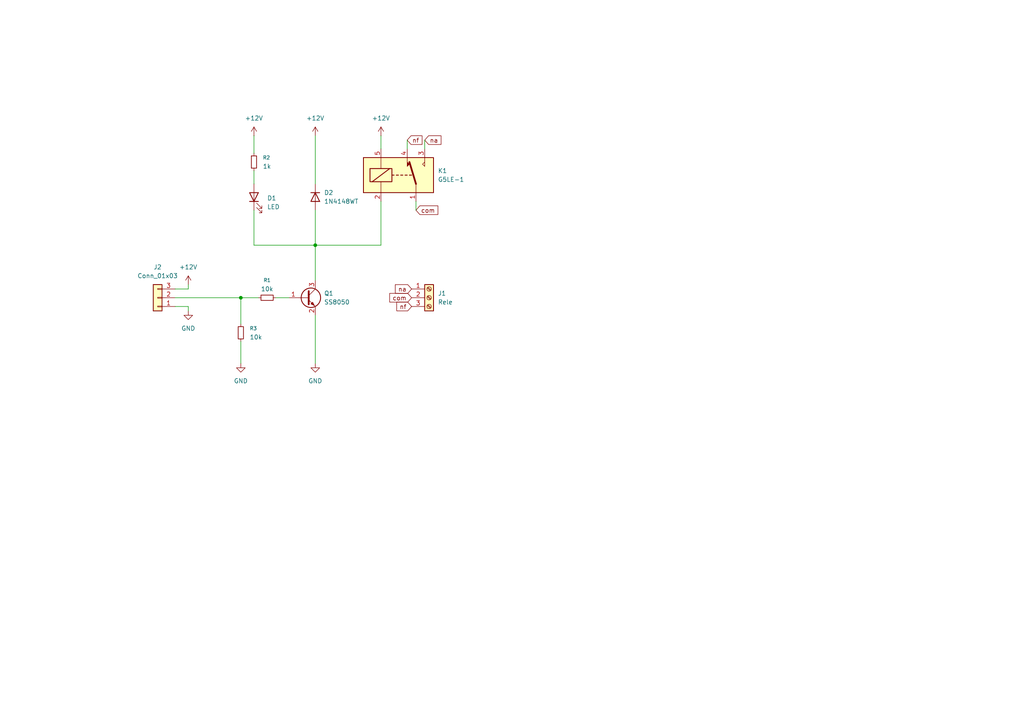
<source format=kicad_sch>
(kicad_sch (version 20250114) (generator "eeschema") (generator_version "9.0")
  (paper "A4")
  (lib_symbols
    (symbol "Connector:Screw_Terminal_01x03" (pin_names (offset 1.016) (hide yes))
      (property "Reference" "J" (at 0 5.08 0))
      (property "Value" "Screw_Terminal_01x03" (at 0 -5.08 0))
      (symbol "Screw_Terminal_01x03_1_1"
        (rectangle (start -1.27 3.81) (end 1.27 -3.81) (stroke (width 0.254)) (fill (type background)))
        (polyline (pts (xy -0.5334 2.8702) (xy 0.3302 2.032)) (stroke (width 0.1524)))
        (polyline (pts (xy -0.5334 0.3302) (xy 0.3302 -0.508)) (stroke (width 0.1524)))
        (polyline (pts (xy -0.5334 -2.2098) (xy 0.3302 -3.048)) (stroke (width 0.1524)))
        (polyline (pts (xy -0.3556 3.048) (xy 0.508 2.2098)) (stroke (width 0.1524)))
        (polyline (pts (xy -0.3556 0.508) (xy 0.508 -0.3302)) (stroke (width 0.1524)))
        (polyline (pts (xy -0.3556 -2.032) (xy 0.508 -2.8702)) (stroke (width 0.1524)))
        (circle (center 0 2.54) (radius 0.635) (stroke (width 0.1524)))
        (circle (center 0 0) (radius 0.635) (stroke (width 0.1524)))
        (circle (center 0 -2.54) (radius 0.635) (stroke (width 0.1524)))
        (pin passive line (at -5.08 2.54 0) (length 3.81) (name "Pin_1") (number "1"))
        (pin passive line (at -5.08 0 0) (length 3.81) (name "Pin_2") (number "2"))
        (pin passive line (at -5.08 -2.54 0) (length 3.81) (name "Pin_3") (number "3"))
      )
    )
    (symbol "Connector_Generic:Conn_01x03" (pin_names (offset 1.016) (hide yes))
      (property "Reference" "J" (at 0 5.08 0))
      (property "Value" "Conn_01x03" (at 0 -5.08 0))
      (symbol "Conn_01x03_1_1"
        (rectangle (start -1.27 3.81) (end 1.27 -3.81) (stroke (width 0.254)) (fill (type background)))
        (rectangle (start -1.27 2.667) (end 0 2.413) (stroke (width 0.1524)))
        (rectangle (start -1.27 0.127) (end 0 -0.127) (stroke (width 0.1524)))
        (rectangle (start -1.27 -2.413) (end 0 -2.667) (stroke (width 0.1524)))
        (pin passive line (at -5.08 2.54 0) (length 3.81) (name "Pin_1") (number "1"))
        (pin passive line (at -5.08 0 0) (length 3.81) (name "Pin_2") (number "2"))
        (pin passive line (at -5.08 -2.54 0) (length 3.81) (name "Pin_3") (number "3"))
      )
    )
    (symbol "Device:LED" (pin_numbers (hide yes)) (pin_names (offset 1.016) (hide yes))
      (property "Reference" "D" (at 0 2.54 0))
      (property "Value" "LED" (at 0 -2.54 0))
      (symbol "LED_0_1"
        (polyline (pts (xy -3.048 -0.762) (xy -4.572 -2.286) (xy -3.81 -2.286) (xy -4.572 -2.286) (xy -4.572 -1.524)))
        (polyline (pts (xy -1.778 -0.762) (xy -3.302 -2.286) (xy -2.54 -2.286) (xy -3.302 -2.286) (xy -3.302 -1.524)))
        (polyline (pts (xy -1.27 0) (xy 1.27 0)))
        (polyline (pts (xy -1.27 -1.27) (xy -1.27 1.27)) (stroke (width 0.254)))
        (polyline (pts (xy 1.27 -1.27) (xy 1.27 1.27) (xy -1.27 0) (xy 1.27 -1.27)) (stroke (width 0.254)))
      )
      (symbol "LED_1_1"
        (pin passive line (at -3.81 0 0) (length 2.54) (name "K") (number "1"))
        (pin passive line (at 3.81 0 180) (length 2.54) (name "A") (number "2"))
      )
    )
    (symbol "Device:R_Small" (pin_numbers (hide yes)) (pin_names (offset 0.254) (hide yes))
      (property "Reference" "R" (at 0 0 90))
      (property "Value" "R_Small" (at 1.778 0 90))
      (symbol "R_Small_0_1"
        (rectangle (start -0.762 1.778) (end 0.762 -1.778) (stroke (width 0.2032)))
      )
      (symbol "R_Small_1_1"
        (pin passive line (at 0 2.54 270) (length 0.762) (name "~") (number "1"))
        (pin passive line (at 0 -2.54 90) (length 0.762) (name "~") (number "2"))
      )
    )
    (symbol "Diode:1N4148WT" (pin_numbers (hide yes)) (pin_names (hide yes))
      (property "Reference" "D" (at 0 2.54 0))
      (property "Value" "1N4148WT" (at 0 -2.54 0))
      (symbol "1N4148WT_0_1"
        (polyline (pts (xy -1.27 1.27) (xy -1.27 -1.27)) (stroke (width 0.254)))
        (polyline (pts (xy 1.27 1.27) (xy 1.27 -1.27) (xy -1.27 0) (xy 1.27 1.27)) (stroke (width 0.254)))
        (polyline (pts (xy 1.27 0) (xy -1.27 0)))
      )
      (symbol "1N4148WT_1_1"
        (pin passive line (at -3.81 0 0) (length 2.54) (name "K") (number "1"))
        (pin passive line (at 3.81 0 180) (length 2.54) (name "A") (number "2"))
      )
    )
    (symbol "Relay:G5LE-1"
      (property "Reference" "K" (at 11.43 3.81 0))
      (property "Value" "G5LE-1" (at 11.43 1.27 0))
      (symbol "G5LE-1_0_0"
        (polyline (pts (xy 7.62 5.08) (xy 7.62 2.54) (xy 6.985 3.175) (xy 7.62 3.81)))
      )
      (symbol "G5LE-1_0_1"
        (rectangle (start -10.16 5.08) (end 10.16 -5.08) (stroke (width 0.254)) (fill (type background)))
        (rectangle (start -8.255 1.905) (end -1.905 -1.905) (stroke (width 0.254)))
        (polyline (pts (xy -7.62 -1.905) (xy -2.54 1.905)) (stroke (width 0.254)))
        (polyline (pts (xy -5.08 5.08) (xy -5.08 1.905)))
        (polyline (pts (xy -5.08 -5.08) (xy -5.08 -1.905)))
        (polyline (pts (xy -1.905 0) (xy -1.27 0)) (stroke (width 0.254)))
        (polyline (pts (xy -0.635 0) (xy 0 0)) (stroke (width 0.254)))
        (polyline (pts (xy 0.635 0) (xy 1.27 0)) (stroke (width 0.254)))
        (polyline (pts (xy 1.905 0) (xy 2.54 0)) (stroke (width 0.254)))
        (polyline (pts (xy 2.54 5.08) (xy 2.54 2.54) (xy 3.175 3.175) (xy 2.54 3.81)) (fill (type outline)))
        (polyline (pts (xy 3.175 0) (xy 3.81 0)) (stroke (width 0.254)))
        (polyline (pts (xy 5.08 -2.54) (xy 3.175 3.81)) (stroke (width 0.508)))
        (polyline (pts (xy 5.08 -2.54) (xy 5.08 -5.08)))
      )
      (symbol "G5LE-1_1_1"
        (pin passive line (at -5.08 7.62 270) (length 2.54) (name "~") (number "5"))
        (pin passive line (at -5.08 -7.62 90) (length 2.54) (name "~") (number "2"))
        (pin passive line (at 2.54 7.62 270) (length 2.54) (name "~") (number "4"))
        (pin passive line (at 5.08 -7.62 90) (length 2.54) (name "~") (number "1"))
        (pin passive line (at 7.62 7.62 270) (length 2.54) (name "~") (number "3"))
      )
    )
    (symbol "Transistor_BJT:SS8050" (pin_names (offset 0) (hide yes))
      (property "Reference" "Q" (at 5.08 1.905 0))
      (property "Value" "SS8050" (at 5.08 0 0))
      (symbol "SS8050_0_1"
        (polyline (pts (xy -2.54 0) (xy 0.635 0)))
        (polyline (pts (xy 0.635 1.905) (xy 0.635 -1.905)) (stroke (width 0.508)))
        (circle (center 1.27 0) (radius 2.8194) (stroke (width 0.254)))
      )
      (symbol "SS8050_1_1"
        (polyline (pts (xy 0.635 0.635) (xy 2.54 2.54)))
        (polyline (pts (xy 0.635 -0.635) (xy 2.54 -2.54)))
        (polyline (pts (xy 1.27 -1.778) (xy 1.778 -1.27) (xy 2.286 -2.286) (xy 1.27 -1.778)) (fill (type outline)))
        (pin input line (at -5.08 0 0) (length 2.54) (name "B") (number "1"))
        (pin passive line (at 2.54 5.08 270) (length 2.54) (name "C") (number "3"))
        (pin passive line (at 2.54 -5.08 90) (length 2.54) (name "E") (number "2"))
      )
    )
    (symbol "power:GND" (power) (pin_numbers (hide yes)) (pin_names (offset 0) (hide yes))
      (property "Value" "GND" (at 0 -3.81 0))
      (symbol "GND_0_1"
        (polyline (pts (xy 0 0) (xy 0 -1.27) (xy 1.27 -1.27) (xy 0 -2.54) (xy -1.27 -1.27) (xy 0 -1.27)))
      )
      (symbol "GND_1_1"
        (pin power_in line (at 0 0 270) (length 0) (name "~") (number "1"))
      )
    )
    (symbol "power:VCC" (power) (pin_numbers (hide yes)) (pin_names (offset 0) (hide yes))
      (property "Value" "VCC" (at 0 3.556 0))
      (symbol "VCC_0_1"
        (polyline (pts (xy -0.762 1.27) (xy 0 2.54)))
        (polyline (pts (xy 0 2.54) (xy 0.762 1.27)))
        (polyline (pts (xy 0 0) (xy 0 2.54)))
      )
      (symbol "VCC_1_1"
        (pin power_in line (at 0 0 90) (length 0) (name "~") (number "1"))
      )
    )
  )
  (junction (at 91.44 71.12))
  (junction (at 69.85 86.36))
  (wire (pts (xy 69.85 86.36) (xy 69.85 93.98)))
  (wire (pts (xy 120.65 60.96) (xy 120.65 58.42)))
  (wire (pts (xy 69.85 99.06) (xy 69.85 105.41)))
  (wire (pts (xy 73.66 71.12) (xy 91.44 71.12)))
  (wire (pts (xy 91.44 91.44) (xy 91.44 105.41)))
  (wire (pts (xy 54.61 88.9) (xy 54.61 90.17)))
  (wire (pts (xy 73.66 49.53) (xy 73.66 53.34)))
  (wire (pts (xy 91.44 60.96) (xy 91.44 71.12)))
  (wire (pts (xy 110.49 58.42) (xy 110.49 71.12)))
  (wire (pts (xy 50.8 83.82) (xy 54.61 83.82)))
  (wire (pts (xy 123.19 40.64) (xy 123.19 43.18)))
  (wire (pts (xy 110.49 39.37) (xy 110.49 43.18)))
  (wire (pts (xy 54.61 83.82) (xy 54.61 82.55)))
  (wire (pts (xy 73.66 39.37) (xy 73.66 44.45)))
  (wire (pts (xy 50.8 88.9) (xy 54.61 88.9)))
  (wire (pts (xy 73.66 60.96) (xy 73.66 71.12)))
  (wire (pts (xy 118.11 40.64) (xy 118.11 43.18)))
  (wire (pts (xy 74.93 86.36) (xy 69.85 86.36)))
  (wire (pts (xy 91.44 39.37) (xy 91.44 53.34)))
  (wire (pts (xy 50.8 86.36) (xy 69.85 86.36)))
  (wire (pts (xy 91.44 71.12) (xy 110.49 71.12)))
  (wire (pts (xy 91.44 71.12) (xy 91.44 81.28)))
  (wire (pts (xy 80.01 86.36) (xy 83.82 86.36)))
  (global_label "na" (shape input) (at 123.19 40.64 0) (property "Intersheetrefs" "${INTERSHEET_REFS}" (effects (hide yes))))
  (global_label "na" (shape input) (at 119.38 83.82 180) (property "Intersheetrefs" "${INTERSHEET_REFS}" (effects (hide yes))))
  (global_label "com" (shape input) (at 119.38 86.36 180) (property "Intersheetrefs" "${INTERSHEET_REFS}" (effects (hide yes))))
  (global_label "nf" (shape input) (at 118.11 40.64 0) (property "Intersheetrefs" "${INTERSHEET_REFS}" (effects (hide yes))))
  (global_label "nf" (shape input) (at 119.38 88.9 180) (property "Intersheetrefs" "${INTERSHEET_REFS}" (effects (hide yes))))
  (global_label "com" (shape input) (at 120.65 60.96 0) (property "Intersheetrefs" "${INTERSHEET_REFS}" (effects (hide yes))))
  (symbol (lib_id "power:GND") (at 54.61 90.17 0) (unit 1)
    (property "Reference" "#PWR06" (effects (hide yes)))
    (property "Value" "GND" (at 54.61 95.25 0))
    (property "Description" "Power symbol creates a global label with name \"GND\" , ground" (effects (hide yes)))
  )
  (symbol (lib_id "Device:R_Small") (at 69.85 96.52 0) (unit 1)
    (property "Reference" "R3" (at 72.39 95.2499 0) (effects (font (size 1.016 1.016)) (justify left)))
    (property "Value" "10k" (at 72.39 97.7899 0) (effects (justify left)))
    (property "Footprint" "Resistor_SMD:R_0805_2012Metric" (effects (hide yes)))
    (property "Description" "Resistor, small symbol" (effects (hide yes)))
  )
  (symbol (lib_id "Device:LED") (at 73.66 57.15 90) (unit 1)
    (property "Reference" "D1" (at 77.47 57.4674 90) (effects (justify right)))
    (property "Value" "LED" (at 77.47 60.0074 90) (effects (justify right)))
    (property "Footprint" "LED_SMD:LED_0805_2012Metric" (effects (hide yes)))
    (property "Description" "Light emitting diode" (effects (hide yes)))
    (property "Sim.Pins" "1=K 2=A" (effects (hide yes)))
  )
  (symbol (lib_id "power:VCC") (at 91.44 39.37 0) (unit 1)
    (property "Reference" "#PWR04" (effects (hide yes)))
    (property "Value" "+12V" (at 91.44 34.29 0))
    (property "Description" "Power symbol creates a global label with name \"VCC\"" (effects (hide yes)))
  )
  (symbol (lib_id "power:VCC") (at 54.61 82.55 0) (unit 1)
    (property "Reference" "#PWR07" (effects (hide yes)))
    (property "Value" "+12V" (at 54.61 77.47 0))
    (property "Description" "Power symbol creates a global label with name \"VCC\"" (effects (hide yes)))
  )
  (symbol (lib_id "Transistor_BJT:SS8050") (at 88.9 86.36 0) (unit 1)
    (property "Reference" "Q1" (at 93.98 85.0899 0) (effects (justify left)))
    (property "Value" "SS8050" (at 93.98 87.6299 0) (effects (justify left)))
    (property "Footprint" "Package_TO_SOT_SMD:SOT-23" (effects (hide yes)))
    (property "Datasheet" "http://www.secosgmbh.com/datasheet/products/SSMPTransistor/SOT-23/SS8050.pdf" (effects (hide yes)))
    (property "Description" "General Purpose NPN Transistor, 1.5A Ic, 25V Vce, SOT-23" (effects (hide yes)))
  )
  (symbol (lib_id "Device:R_Small") (at 77.47 86.36 90) (unit 1)
    (property "Reference" "R1" (at 77.47 81.28 90) (effects (font (size 1.016 1.016))))
    (property "Value" "10k" (at 77.47 83.82 90))
    (property "Footprint" "Resistor_SMD:R_0805_2012Metric" (effects (hide yes)))
    (property "Description" "Resistor, small symbol" (effects (hide yes)))
  )
  (symbol (lib_id "power:VCC") (at 73.66 39.37 0) (unit 1)
    (property "Reference" "#PWR03" (effects (hide yes)))
    (property "Value" "+12V" (at 73.66 34.29 0))
    (property "Description" "Power symbol creates a global label with name \"VCC\"" (effects (hide yes)))
  )
  (symbol (lib_id "power:GND") (at 69.85 105.41 0) (unit 1)
    (property "Reference" "#PWR01" (effects (hide yes)))
    (property "Value" "GND" (at 69.85 110.49 0))
    (property "Description" "Power symbol creates a global label with name \"GND\" , ground" (effects (hide yes)))
  )
  (symbol (lib_id "Diode:1N4148WT") (at 91.44 57.15 270) (unit 1)
    (property "Reference" "D2" (at 93.98 55.8799 90) (effects (justify left)))
    (property "Value" "1N4148WT" (at 93.98 58.4199 90) (effects (justify left)))
    (property "Footprint" "Diode_SMD:D_SOD-523" (effects (hide yes)))
    (property "Datasheet" "https://www.diodes.com/assets/Datasheets/ds30396.pdf" (effects (hide yes)))
    (property "Description" "75V 0.15A Fast switching Diode, SOD-523" (effects (hide yes)))
    (property "Sim.Device" "D" (effects (hide yes)))
    (property "Sim.Pins" "1=K 2=A" (effects (hide yes)))
  )
  (symbol (lib_id "Connector:Screw_Terminal_01x03") (at 124.46 86.36 0) (unit 1)
    (property "Reference" "J1" (at 127 85.0899 0) (effects (justify left)))
    (property "Value" "Rele" (at 127 87.6299 0) (effects (justify left)))
    (property "Footprint" "TerminalBlock_Phoenix:TerminalBlock_Phoenix_MKDS-1,5-3-5.08_1x03_P5.08mm_Horizontal" (effects (hide yes)))
    (property "Description" "Generic screw terminal, single row, 01x03, script generated (kicad-library-utils/schlib/autogen/connector/)" (effects (hide yes)))
  )
  (symbol (lib_id "power:VCC") (at 110.49 39.37 0) (unit 1)
    (property "Reference" "#PWR05" (effects (hide yes)))
    (property "Value" "+12V" (at 110.49 34.29 0))
    (property "Description" "Power symbol creates a global label with name \"VCC\"" (effects (hide yes)))
  )
  (symbol (lib_id "power:GND") (at 91.44 105.41 0) (unit 1)
    (property "Reference" "#PWR02" (effects (hide yes)))
    (property "Value" "GND" (at 91.44 110.49 0))
    (property "Description" "Power symbol creates a global label with name \"GND\" , ground" (effects (hide yes)))
  )
  (symbol (lib_id "Device:R_Small") (at 73.66 46.99 0) (unit 1)
    (property "Reference" "R2" (at 76.2 45.7199 0) (effects (font (size 1.016 1.016)) (justify left)))
    (property "Value" "1k" (at 76.2 48.2599 0) (effects (justify left)))
    (property "Footprint" "Resistor_SMD:R_0805_2012Metric" (effects (hide yes)))
    (property "Description" "Resistor, small symbol" (effects (hide yes)))
  )
  (symbol (lib_id "Relay:G5LE-1") (at 115.57 50.8 0) (unit 1)
    (property "Reference" "K1" (at 127 49.5299 0) (effects (justify left)))
    (property "Value" "G5LE-1" (at 127 52.0699 0) (effects (justify left)))
    (property "Footprint" "Relay_THT:Relay_SPDT_Omron-G5LE-1" (effects (hide yes)))
    (property "Datasheet" "http://www.omron.com/ecb/products/pdf/en-g5le.pdf" (effects (hide yes)))
    (property "Description" "Omron G5LE relay, Miniature Single Pole, SPDT, 10A" (effects (hide yes)))
  )
  (symbol (lib_id "Connector_Generic:Conn_01x03") (at 45.72 86.36 180) (unit 1)
    (property "Reference" "J2" (at 45.72 77.47 0))
    (property "Value" "Conn_01x03" (at 45.72 80.01 0))
    (property "Footprint" "Connector_PinHeader_2.54mm:PinHeader_1x03_P2.54mm_Vertical" (effects (hide yes)))
    (property "Description" "Generic connector, single row, 01x03, script generated (kicad-library-utils/schlib/autogen/connector/)" (effects (hide yes)))
  )
)
</source>
